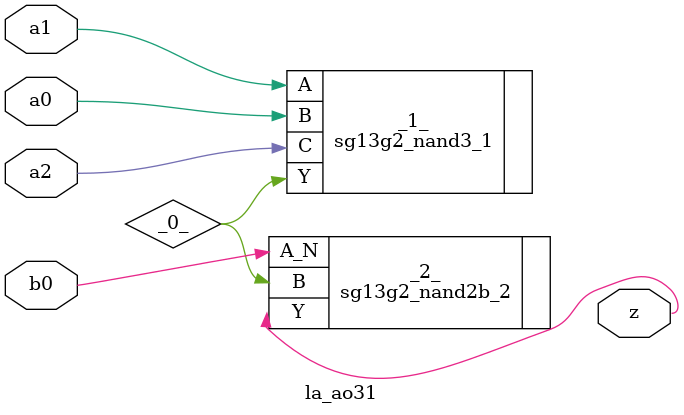
<source format=v>

/* Generated by Yosys 0.44 (git sha1 80ba43d26, g++ 11.4.0-1ubuntu1~22.04 -fPIC -O3) */

(* top =  1  *)
(* src = "inputs/la_ao31.v:10.1-22.10" *)
module la_ao31 (
    a0,
    a1,
    a2,
    b0,
    z
);
  wire _0_;
  (* src = "inputs/la_ao31.v:13.12-13.14" *)
  input a0;
  wire a0;
  (* src = "inputs/la_ao31.v:14.12-14.14" *)
  input a1;
  wire a1;
  (* src = "inputs/la_ao31.v:15.12-15.14" *)
  input a2;
  wire a2;
  (* src = "inputs/la_ao31.v:16.12-16.14" *)
  input b0;
  wire b0;
  (* src = "inputs/la_ao31.v:17.12-17.13" *)
  output z;
  wire z;
  sg13g2_nand3_1 _1_ (
      .A(a1),
      .B(a0),
      .C(a2),
      .Y(_0_)
  );
  sg13g2_nand2b_2 _2_ (
      .A_N(b0),
      .B  (_0_),
      .Y  (z)
  );
endmodule

</source>
